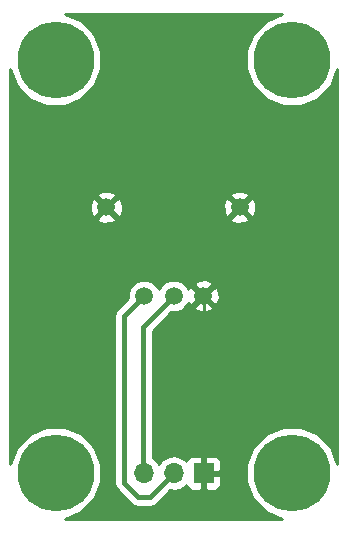
<source format=gbr>
G04 #@! TF.FileFunction,Copper,L1,Top,Signal*
%FSLAX46Y46*%
G04 Gerber Fmt 4.6, Leading zero omitted, Abs format (unit mm)*
G04 Created by KiCad (PCBNEW 4.0.7) date 07/03/18 20:11:16*
%MOMM*%
%LPD*%
G01*
G04 APERTURE LIST*
%ADD10C,0.100000*%
%ADD11R,1.700000X1.700000*%
%ADD12O,1.700000X1.700000*%
%ADD13C,6.500000*%
%ADD14C,1.500000*%
%ADD15C,0.250000*%
%ADD16C,0.400000*%
%ADD17C,0.254000*%
G04 APERTURE END LIST*
D10*
D11*
X137540000Y-110000000D03*
D12*
X135000000Y-110000000D03*
X132460000Y-110000000D03*
D13*
X125000000Y-75000000D03*
X145000000Y-75000000D03*
X125000000Y-110000000D03*
X145000000Y-110000000D03*
D14*
X132500000Y-95000000D03*
X135000000Y-95000000D03*
X137500000Y-95000000D03*
X129300000Y-87500000D03*
X140600000Y-87500000D03*
D15*
X137540000Y-110000000D02*
X137540000Y-95040000D01*
X137540000Y-95040000D02*
X137500000Y-95000000D01*
D16*
X135000000Y-110000000D02*
X133000000Y-112000000D01*
X130800000Y-96700000D02*
X131750001Y-95749999D01*
X131750001Y-95749999D02*
X132500000Y-95000000D01*
X133000000Y-112000000D02*
X132000000Y-112000000D01*
X132000000Y-112000000D02*
X130800000Y-110800000D01*
X130800000Y-110800000D02*
X130800000Y-96700000D01*
X132460000Y-110000000D02*
X132400000Y-109940000D01*
X132400000Y-109940000D02*
X132400000Y-97600000D01*
X132400000Y-97600000D02*
X135000000Y-95000000D01*
D17*
G36*
X142802199Y-71704537D02*
X141708377Y-72796451D01*
X141115676Y-74223835D01*
X141114327Y-75769384D01*
X141704537Y-77197801D01*
X142796451Y-78291623D01*
X144223835Y-78884324D01*
X145769384Y-78885673D01*
X147197801Y-78295463D01*
X148291623Y-77203549D01*
X148873000Y-75803436D01*
X148873000Y-109199945D01*
X148295463Y-107802199D01*
X147203549Y-106708377D01*
X145776165Y-106115676D01*
X144230616Y-106114327D01*
X142802199Y-106704537D01*
X141708377Y-107796451D01*
X141115676Y-109223835D01*
X141114327Y-110769384D01*
X141704537Y-112197801D01*
X142796451Y-113291623D01*
X144196564Y-113873000D01*
X125800055Y-113873000D01*
X127197801Y-113295463D01*
X128291623Y-112203549D01*
X128884324Y-110776165D01*
X128885673Y-109230616D01*
X128295463Y-107802199D01*
X127203549Y-106708377D01*
X125776165Y-106115676D01*
X124230616Y-106114327D01*
X122802199Y-106704537D01*
X121708377Y-107796451D01*
X121127000Y-109196564D01*
X121127000Y-96700000D01*
X129965000Y-96700000D01*
X129965000Y-110800000D01*
X130028561Y-111119541D01*
X130058936Y-111165000D01*
X130209566Y-111390434D01*
X131409566Y-112590434D01*
X131680459Y-112771439D01*
X132000000Y-112835000D01*
X133000000Y-112835000D01*
X133319541Y-112771439D01*
X133590434Y-112590434D01*
X134722061Y-111458807D01*
X135000000Y-111514093D01*
X135568285Y-111401054D01*
X136050054Y-111079147D01*
X136079403Y-111035223D01*
X136151673Y-111209698D01*
X136330301Y-111388327D01*
X136563690Y-111485000D01*
X137254250Y-111485000D01*
X137413000Y-111326250D01*
X137413000Y-110127000D01*
X137667000Y-110127000D01*
X137667000Y-111326250D01*
X137825750Y-111485000D01*
X138516310Y-111485000D01*
X138749699Y-111388327D01*
X138928327Y-111209698D01*
X139025000Y-110976309D01*
X139025000Y-110285750D01*
X138866250Y-110127000D01*
X137667000Y-110127000D01*
X137413000Y-110127000D01*
X137393000Y-110127000D01*
X137393000Y-109873000D01*
X137413000Y-109873000D01*
X137413000Y-108673750D01*
X137667000Y-108673750D01*
X137667000Y-109873000D01*
X138866250Y-109873000D01*
X139025000Y-109714250D01*
X139025000Y-109023691D01*
X138928327Y-108790302D01*
X138749699Y-108611673D01*
X138516310Y-108515000D01*
X137825750Y-108515000D01*
X137667000Y-108673750D01*
X137413000Y-108673750D01*
X137254250Y-108515000D01*
X136563690Y-108515000D01*
X136330301Y-108611673D01*
X136151673Y-108790302D01*
X136079403Y-108964777D01*
X136050054Y-108920853D01*
X135568285Y-108598946D01*
X135000000Y-108485907D01*
X134431715Y-108598946D01*
X133949946Y-108920853D01*
X133730000Y-109250026D01*
X133510054Y-108920853D01*
X133235000Y-108737068D01*
X133235000Y-97945868D01*
X134796045Y-96384823D01*
X135274285Y-96385240D01*
X135783515Y-96174831D01*
X135987183Y-95971517D01*
X136708088Y-95971517D01*
X136776077Y-96212460D01*
X137295171Y-96397201D01*
X137845448Y-96369230D01*
X138223923Y-96212460D01*
X138291912Y-95971517D01*
X137500000Y-95179605D01*
X136708088Y-95971517D01*
X135987183Y-95971517D01*
X136173461Y-95785564D01*
X136243353Y-95617246D01*
X136287540Y-95723923D01*
X136528483Y-95791912D01*
X137320395Y-95000000D01*
X137679605Y-95000000D01*
X138471517Y-95791912D01*
X138712460Y-95723923D01*
X138897201Y-95204829D01*
X138869230Y-94654552D01*
X138712460Y-94276077D01*
X138471517Y-94208088D01*
X137679605Y-95000000D01*
X137320395Y-95000000D01*
X136528483Y-94208088D01*
X136287540Y-94276077D01*
X136246778Y-94390611D01*
X136174831Y-94216485D01*
X135987157Y-94028483D01*
X136708088Y-94028483D01*
X137500000Y-94820395D01*
X138291912Y-94028483D01*
X138223923Y-93787540D01*
X137704829Y-93602799D01*
X137154552Y-93630770D01*
X136776077Y-93787540D01*
X136708088Y-94028483D01*
X135987157Y-94028483D01*
X135785564Y-93826539D01*
X135276702Y-93615241D01*
X134725715Y-93614760D01*
X134216485Y-93825169D01*
X133826539Y-94214436D01*
X133750073Y-94398586D01*
X133674831Y-94216485D01*
X133285564Y-93826539D01*
X132776702Y-93615241D01*
X132225715Y-93614760D01*
X131716485Y-93825169D01*
X131326539Y-94214436D01*
X131115241Y-94723298D01*
X131114821Y-95204311D01*
X130209566Y-96109566D01*
X130028561Y-96380459D01*
X129965000Y-96700000D01*
X121127000Y-96700000D01*
X121127000Y-88471517D01*
X128508088Y-88471517D01*
X128576077Y-88712460D01*
X129095171Y-88897201D01*
X129645448Y-88869230D01*
X130023923Y-88712460D01*
X130091912Y-88471517D01*
X139808088Y-88471517D01*
X139876077Y-88712460D01*
X140395171Y-88897201D01*
X140945448Y-88869230D01*
X141323923Y-88712460D01*
X141391912Y-88471517D01*
X140600000Y-87679605D01*
X139808088Y-88471517D01*
X130091912Y-88471517D01*
X129300000Y-87679605D01*
X128508088Y-88471517D01*
X121127000Y-88471517D01*
X121127000Y-87295171D01*
X127902799Y-87295171D01*
X127930770Y-87845448D01*
X128087540Y-88223923D01*
X128328483Y-88291912D01*
X129120395Y-87500000D01*
X129479605Y-87500000D01*
X130271517Y-88291912D01*
X130512460Y-88223923D01*
X130697201Y-87704829D01*
X130676378Y-87295171D01*
X139202799Y-87295171D01*
X139230770Y-87845448D01*
X139387540Y-88223923D01*
X139628483Y-88291912D01*
X140420395Y-87500000D01*
X140779605Y-87500000D01*
X141571517Y-88291912D01*
X141812460Y-88223923D01*
X141997201Y-87704829D01*
X141969230Y-87154552D01*
X141812460Y-86776077D01*
X141571517Y-86708088D01*
X140779605Y-87500000D01*
X140420395Y-87500000D01*
X139628483Y-86708088D01*
X139387540Y-86776077D01*
X139202799Y-87295171D01*
X130676378Y-87295171D01*
X130669230Y-87154552D01*
X130512460Y-86776077D01*
X130271517Y-86708088D01*
X129479605Y-87500000D01*
X129120395Y-87500000D01*
X128328483Y-86708088D01*
X128087540Y-86776077D01*
X127902799Y-87295171D01*
X121127000Y-87295171D01*
X121127000Y-86528483D01*
X128508088Y-86528483D01*
X129300000Y-87320395D01*
X130091912Y-86528483D01*
X139808088Y-86528483D01*
X140600000Y-87320395D01*
X141391912Y-86528483D01*
X141323923Y-86287540D01*
X140804829Y-86102799D01*
X140254552Y-86130770D01*
X139876077Y-86287540D01*
X139808088Y-86528483D01*
X130091912Y-86528483D01*
X130023923Y-86287540D01*
X129504829Y-86102799D01*
X128954552Y-86130770D01*
X128576077Y-86287540D01*
X128508088Y-86528483D01*
X121127000Y-86528483D01*
X121127000Y-75800055D01*
X121704537Y-77197801D01*
X122796451Y-78291623D01*
X124223835Y-78884324D01*
X125769384Y-78885673D01*
X127197801Y-78295463D01*
X128291623Y-77203549D01*
X128884324Y-75776165D01*
X128885673Y-74230616D01*
X128295463Y-72802199D01*
X127203549Y-71708377D01*
X125803436Y-71127000D01*
X144199945Y-71127000D01*
X142802199Y-71704537D01*
X142802199Y-71704537D01*
G37*
X142802199Y-71704537D02*
X141708377Y-72796451D01*
X141115676Y-74223835D01*
X141114327Y-75769384D01*
X141704537Y-77197801D01*
X142796451Y-78291623D01*
X144223835Y-78884324D01*
X145769384Y-78885673D01*
X147197801Y-78295463D01*
X148291623Y-77203549D01*
X148873000Y-75803436D01*
X148873000Y-109199945D01*
X148295463Y-107802199D01*
X147203549Y-106708377D01*
X145776165Y-106115676D01*
X144230616Y-106114327D01*
X142802199Y-106704537D01*
X141708377Y-107796451D01*
X141115676Y-109223835D01*
X141114327Y-110769384D01*
X141704537Y-112197801D01*
X142796451Y-113291623D01*
X144196564Y-113873000D01*
X125800055Y-113873000D01*
X127197801Y-113295463D01*
X128291623Y-112203549D01*
X128884324Y-110776165D01*
X128885673Y-109230616D01*
X128295463Y-107802199D01*
X127203549Y-106708377D01*
X125776165Y-106115676D01*
X124230616Y-106114327D01*
X122802199Y-106704537D01*
X121708377Y-107796451D01*
X121127000Y-109196564D01*
X121127000Y-96700000D01*
X129965000Y-96700000D01*
X129965000Y-110800000D01*
X130028561Y-111119541D01*
X130058936Y-111165000D01*
X130209566Y-111390434D01*
X131409566Y-112590434D01*
X131680459Y-112771439D01*
X132000000Y-112835000D01*
X133000000Y-112835000D01*
X133319541Y-112771439D01*
X133590434Y-112590434D01*
X134722061Y-111458807D01*
X135000000Y-111514093D01*
X135568285Y-111401054D01*
X136050054Y-111079147D01*
X136079403Y-111035223D01*
X136151673Y-111209698D01*
X136330301Y-111388327D01*
X136563690Y-111485000D01*
X137254250Y-111485000D01*
X137413000Y-111326250D01*
X137413000Y-110127000D01*
X137667000Y-110127000D01*
X137667000Y-111326250D01*
X137825750Y-111485000D01*
X138516310Y-111485000D01*
X138749699Y-111388327D01*
X138928327Y-111209698D01*
X139025000Y-110976309D01*
X139025000Y-110285750D01*
X138866250Y-110127000D01*
X137667000Y-110127000D01*
X137413000Y-110127000D01*
X137393000Y-110127000D01*
X137393000Y-109873000D01*
X137413000Y-109873000D01*
X137413000Y-108673750D01*
X137667000Y-108673750D01*
X137667000Y-109873000D01*
X138866250Y-109873000D01*
X139025000Y-109714250D01*
X139025000Y-109023691D01*
X138928327Y-108790302D01*
X138749699Y-108611673D01*
X138516310Y-108515000D01*
X137825750Y-108515000D01*
X137667000Y-108673750D01*
X137413000Y-108673750D01*
X137254250Y-108515000D01*
X136563690Y-108515000D01*
X136330301Y-108611673D01*
X136151673Y-108790302D01*
X136079403Y-108964777D01*
X136050054Y-108920853D01*
X135568285Y-108598946D01*
X135000000Y-108485907D01*
X134431715Y-108598946D01*
X133949946Y-108920853D01*
X133730000Y-109250026D01*
X133510054Y-108920853D01*
X133235000Y-108737068D01*
X133235000Y-97945868D01*
X134796045Y-96384823D01*
X135274285Y-96385240D01*
X135783515Y-96174831D01*
X135987183Y-95971517D01*
X136708088Y-95971517D01*
X136776077Y-96212460D01*
X137295171Y-96397201D01*
X137845448Y-96369230D01*
X138223923Y-96212460D01*
X138291912Y-95971517D01*
X137500000Y-95179605D01*
X136708088Y-95971517D01*
X135987183Y-95971517D01*
X136173461Y-95785564D01*
X136243353Y-95617246D01*
X136287540Y-95723923D01*
X136528483Y-95791912D01*
X137320395Y-95000000D01*
X137679605Y-95000000D01*
X138471517Y-95791912D01*
X138712460Y-95723923D01*
X138897201Y-95204829D01*
X138869230Y-94654552D01*
X138712460Y-94276077D01*
X138471517Y-94208088D01*
X137679605Y-95000000D01*
X137320395Y-95000000D01*
X136528483Y-94208088D01*
X136287540Y-94276077D01*
X136246778Y-94390611D01*
X136174831Y-94216485D01*
X135987157Y-94028483D01*
X136708088Y-94028483D01*
X137500000Y-94820395D01*
X138291912Y-94028483D01*
X138223923Y-93787540D01*
X137704829Y-93602799D01*
X137154552Y-93630770D01*
X136776077Y-93787540D01*
X136708088Y-94028483D01*
X135987157Y-94028483D01*
X135785564Y-93826539D01*
X135276702Y-93615241D01*
X134725715Y-93614760D01*
X134216485Y-93825169D01*
X133826539Y-94214436D01*
X133750073Y-94398586D01*
X133674831Y-94216485D01*
X133285564Y-93826539D01*
X132776702Y-93615241D01*
X132225715Y-93614760D01*
X131716485Y-93825169D01*
X131326539Y-94214436D01*
X131115241Y-94723298D01*
X131114821Y-95204311D01*
X130209566Y-96109566D01*
X130028561Y-96380459D01*
X129965000Y-96700000D01*
X121127000Y-96700000D01*
X121127000Y-88471517D01*
X128508088Y-88471517D01*
X128576077Y-88712460D01*
X129095171Y-88897201D01*
X129645448Y-88869230D01*
X130023923Y-88712460D01*
X130091912Y-88471517D01*
X139808088Y-88471517D01*
X139876077Y-88712460D01*
X140395171Y-88897201D01*
X140945448Y-88869230D01*
X141323923Y-88712460D01*
X141391912Y-88471517D01*
X140600000Y-87679605D01*
X139808088Y-88471517D01*
X130091912Y-88471517D01*
X129300000Y-87679605D01*
X128508088Y-88471517D01*
X121127000Y-88471517D01*
X121127000Y-87295171D01*
X127902799Y-87295171D01*
X127930770Y-87845448D01*
X128087540Y-88223923D01*
X128328483Y-88291912D01*
X129120395Y-87500000D01*
X129479605Y-87500000D01*
X130271517Y-88291912D01*
X130512460Y-88223923D01*
X130697201Y-87704829D01*
X130676378Y-87295171D01*
X139202799Y-87295171D01*
X139230770Y-87845448D01*
X139387540Y-88223923D01*
X139628483Y-88291912D01*
X140420395Y-87500000D01*
X140779605Y-87500000D01*
X141571517Y-88291912D01*
X141812460Y-88223923D01*
X141997201Y-87704829D01*
X141969230Y-87154552D01*
X141812460Y-86776077D01*
X141571517Y-86708088D01*
X140779605Y-87500000D01*
X140420395Y-87500000D01*
X139628483Y-86708088D01*
X139387540Y-86776077D01*
X139202799Y-87295171D01*
X130676378Y-87295171D01*
X130669230Y-87154552D01*
X130512460Y-86776077D01*
X130271517Y-86708088D01*
X129479605Y-87500000D01*
X129120395Y-87500000D01*
X128328483Y-86708088D01*
X128087540Y-86776077D01*
X127902799Y-87295171D01*
X121127000Y-87295171D01*
X121127000Y-86528483D01*
X128508088Y-86528483D01*
X129300000Y-87320395D01*
X130091912Y-86528483D01*
X139808088Y-86528483D01*
X140600000Y-87320395D01*
X141391912Y-86528483D01*
X141323923Y-86287540D01*
X140804829Y-86102799D01*
X140254552Y-86130770D01*
X139876077Y-86287540D01*
X139808088Y-86528483D01*
X130091912Y-86528483D01*
X130023923Y-86287540D01*
X129504829Y-86102799D01*
X128954552Y-86130770D01*
X128576077Y-86287540D01*
X128508088Y-86528483D01*
X121127000Y-86528483D01*
X121127000Y-75800055D01*
X121704537Y-77197801D01*
X122796451Y-78291623D01*
X124223835Y-78884324D01*
X125769384Y-78885673D01*
X127197801Y-78295463D01*
X128291623Y-77203549D01*
X128884324Y-75776165D01*
X128885673Y-74230616D01*
X128295463Y-72802199D01*
X127203549Y-71708377D01*
X125803436Y-71127000D01*
X144199945Y-71127000D01*
X142802199Y-71704537D01*
M02*

</source>
